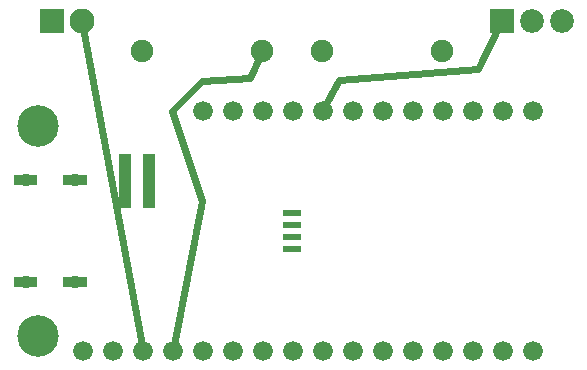
<source format=gbl>
G04 MADE WITH FRITZING*
G04 WWW.FRITZING.ORG*
G04 DOUBLE SIDED*
G04 HOLES PLATED*
G04 CONTOUR ON CENTER OF CONTOUR VECTOR*
%ASAXBY*%
%FSLAX23Y23*%
%MOIN*%
%OFA0B0*%
%SFA1.0B1.0*%
%ADD10C,0.075000*%
%ADD11C,0.083307*%
%ADD12C,0.079370*%
%ADD13C,0.043622*%
%ADD14C,0.066000*%
%ADD15C,0.138425*%
%ADD16R,0.083307X0.083307*%
%ADD17R,0.079370X0.079370*%
%ADD18R,0.061024X0.023622*%
%ADD19R,0.039370X0.181101*%
%ADD20C,0.024000*%
%ADD21R,0.001000X0.001000*%
%LNCOPPER0*%
G90*
G70*
G54D10*
X632Y1112D03*
X1032Y1112D03*
X1232Y1112D03*
X1632Y1112D03*
G54D11*
X332Y1212D03*
X432Y1212D03*
G54D12*
X1832Y1212D03*
X1932Y1212D03*
X2032Y1212D03*
G54D13*
X409Y342D03*
G54D14*
X1937Y112D03*
X1837Y112D03*
X1737Y112D03*
X1637Y112D03*
X1537Y112D03*
X1437Y112D03*
X1337Y112D03*
X1237Y112D03*
X1137Y112D03*
X1037Y112D03*
X937Y112D03*
X837Y112D03*
X737Y112D03*
X637Y112D03*
X537Y112D03*
G54D13*
X245Y342D03*
G54D14*
X437Y112D03*
X837Y912D03*
X937Y912D03*
X1037Y912D03*
X1137Y912D03*
X1237Y912D03*
X1337Y912D03*
X1437Y912D03*
X1537Y912D03*
X1637Y912D03*
X1737Y912D03*
X1837Y912D03*
X1937Y912D03*
G54D15*
X287Y862D03*
X287Y162D03*
G54D13*
X409Y683D03*
X245Y683D03*
G54D16*
X332Y1212D03*
G54D17*
X1832Y1212D03*
G54D18*
X1134Y453D03*
X1134Y493D03*
X1134Y532D03*
G54D19*
X657Y679D03*
G54D18*
X1134Y572D03*
G54D19*
X578Y679D03*
G54D20*
X733Y912D02*
X833Y1012D01*
D02*
X833Y1012D02*
X993Y1023D01*
D02*
X993Y1023D02*
X1025Y1096D01*
D02*
X741Y132D02*
X834Y612D01*
D02*
X834Y612D02*
X733Y912D01*
D02*
X634Y132D02*
X436Y1191D01*
D02*
X1754Y1053D02*
X1291Y1015D01*
D02*
X1291Y1015D02*
X1232Y912D01*
D02*
X1232Y912D02*
X1232Y912D01*
D02*
X1824Y1195D02*
X1754Y1053D01*
G54D21*
X207Y699D02*
X240Y699D01*
X250Y699D02*
X283Y699D01*
X372Y699D02*
X405Y699D01*
X415Y699D02*
X448Y699D01*
X207Y698D02*
X238Y698D01*
X253Y698D02*
X283Y698D01*
X372Y698D02*
X402Y698D01*
X417Y698D02*
X448Y698D01*
X207Y697D02*
X236Y697D01*
X255Y697D02*
X283Y697D01*
X372Y697D02*
X400Y697D01*
X419Y697D02*
X448Y697D01*
X207Y696D02*
X234Y696D01*
X256Y696D02*
X283Y696D01*
X372Y696D02*
X399Y696D01*
X421Y696D02*
X448Y696D01*
X207Y695D02*
X233Y695D01*
X257Y695D02*
X283Y695D01*
X372Y695D02*
X398Y695D01*
X422Y695D02*
X448Y695D01*
X207Y694D02*
X232Y694D01*
X258Y694D02*
X283Y694D01*
X372Y694D02*
X397Y694D01*
X423Y694D02*
X448Y694D01*
X207Y693D02*
X231Y693D01*
X259Y693D02*
X283Y693D01*
X372Y693D02*
X396Y693D01*
X424Y693D02*
X448Y693D01*
X207Y692D02*
X231Y692D01*
X260Y692D02*
X283Y692D01*
X372Y692D02*
X395Y692D01*
X424Y692D02*
X448Y692D01*
X207Y691D02*
X230Y691D01*
X260Y691D02*
X283Y691D01*
X372Y691D02*
X395Y691D01*
X425Y691D02*
X448Y691D01*
X207Y690D02*
X230Y690D01*
X261Y690D02*
X283Y690D01*
X372Y690D02*
X394Y690D01*
X425Y690D02*
X448Y690D01*
X207Y689D02*
X229Y689D01*
X261Y689D02*
X283Y689D01*
X372Y689D02*
X394Y689D01*
X426Y689D02*
X448Y689D01*
X207Y688D02*
X229Y688D01*
X262Y688D02*
X283Y688D01*
X372Y688D02*
X393Y688D01*
X426Y688D02*
X448Y688D01*
X207Y687D02*
X228Y687D01*
X262Y687D02*
X283Y687D01*
X372Y687D02*
X393Y687D01*
X427Y687D02*
X448Y687D01*
X207Y686D02*
X228Y686D01*
X262Y686D02*
X283Y686D01*
X372Y686D02*
X393Y686D01*
X427Y686D02*
X448Y686D01*
X207Y685D02*
X228Y685D01*
X262Y685D02*
X283Y685D01*
X372Y685D02*
X393Y685D01*
X427Y685D02*
X448Y685D01*
X207Y684D02*
X228Y684D01*
X262Y684D02*
X283Y684D01*
X372Y684D02*
X393Y684D01*
X427Y684D02*
X448Y684D01*
X207Y683D02*
X228Y683D01*
X263Y683D02*
X283Y683D01*
X372Y683D02*
X393Y683D01*
X427Y683D02*
X448Y683D01*
X207Y682D02*
X228Y682D01*
X263Y682D02*
X283Y682D01*
X372Y682D02*
X393Y682D01*
X427Y682D02*
X448Y682D01*
X207Y681D02*
X228Y681D01*
X262Y681D02*
X283Y681D01*
X372Y681D02*
X393Y681D01*
X427Y681D02*
X448Y681D01*
X207Y680D02*
X228Y680D01*
X262Y680D02*
X283Y680D01*
X372Y680D02*
X393Y680D01*
X427Y680D02*
X448Y680D01*
X207Y679D02*
X228Y679D01*
X262Y679D02*
X283Y679D01*
X372Y679D02*
X393Y679D01*
X427Y679D02*
X448Y679D01*
X207Y678D02*
X229Y678D01*
X262Y678D02*
X283Y678D01*
X372Y678D02*
X393Y678D01*
X426Y678D02*
X448Y678D01*
X207Y677D02*
X229Y677D01*
X262Y677D02*
X283Y677D01*
X372Y677D02*
X394Y677D01*
X426Y677D02*
X448Y677D01*
X207Y676D02*
X229Y676D01*
X261Y676D02*
X283Y676D01*
X372Y676D02*
X394Y676D01*
X426Y676D02*
X448Y676D01*
X207Y675D02*
X230Y675D01*
X261Y675D02*
X283Y675D01*
X372Y675D02*
X394Y675D01*
X425Y675D02*
X448Y675D01*
X207Y674D02*
X230Y674D01*
X260Y674D02*
X283Y674D01*
X372Y674D02*
X395Y674D01*
X425Y674D02*
X448Y674D01*
X207Y673D02*
X231Y673D01*
X259Y673D02*
X283Y673D01*
X372Y673D02*
X396Y673D01*
X424Y673D02*
X448Y673D01*
X207Y672D02*
X232Y672D01*
X259Y672D02*
X283Y672D01*
X372Y672D02*
X396Y672D01*
X423Y672D02*
X448Y672D01*
X207Y671D02*
X233Y671D01*
X258Y671D02*
X283Y671D01*
X372Y671D02*
X397Y671D01*
X422Y671D02*
X448Y671D01*
X207Y670D02*
X234Y670D01*
X257Y670D02*
X283Y670D01*
X372Y670D02*
X398Y670D01*
X421Y670D02*
X448Y670D01*
X207Y669D02*
X235Y669D01*
X255Y669D02*
X283Y669D01*
X372Y669D02*
X400Y669D01*
X420Y669D02*
X448Y669D01*
X207Y668D02*
X237Y668D01*
X254Y668D02*
X283Y668D01*
X372Y668D02*
X401Y668D01*
X418Y668D02*
X448Y668D01*
X207Y667D02*
X239Y667D01*
X252Y667D02*
X283Y667D01*
X372Y667D02*
X403Y667D01*
X416Y667D02*
X448Y667D01*
X208Y666D02*
X241Y666D01*
X250Y666D02*
X283Y666D01*
X372Y666D02*
X405Y666D01*
X415Y666D02*
X448Y666D01*
X207Y359D02*
X240Y359D01*
X250Y359D02*
X283Y359D01*
X372Y359D02*
X405Y359D01*
X415Y359D02*
X448Y359D01*
X207Y358D02*
X238Y358D01*
X253Y358D02*
X283Y358D01*
X372Y358D02*
X402Y358D01*
X417Y358D02*
X448Y358D01*
X207Y357D02*
X236Y357D01*
X255Y357D02*
X283Y357D01*
X372Y357D02*
X400Y357D01*
X419Y357D02*
X448Y357D01*
X207Y356D02*
X234Y356D01*
X256Y356D02*
X283Y356D01*
X372Y356D02*
X399Y356D01*
X421Y356D02*
X448Y356D01*
X207Y355D02*
X233Y355D01*
X257Y355D02*
X283Y355D01*
X372Y355D02*
X398Y355D01*
X422Y355D02*
X448Y355D01*
X207Y354D02*
X232Y354D01*
X258Y354D02*
X283Y354D01*
X372Y354D02*
X397Y354D01*
X423Y354D02*
X448Y354D01*
X207Y353D02*
X231Y353D01*
X259Y353D02*
X283Y353D01*
X372Y353D02*
X396Y353D01*
X424Y353D02*
X448Y353D01*
X207Y352D02*
X231Y352D01*
X260Y352D02*
X283Y352D01*
X372Y352D02*
X395Y352D01*
X424Y352D02*
X448Y352D01*
X207Y351D02*
X230Y351D01*
X260Y351D02*
X283Y351D01*
X372Y351D02*
X395Y351D01*
X425Y351D02*
X448Y351D01*
X207Y350D02*
X230Y350D01*
X261Y350D02*
X283Y350D01*
X372Y350D02*
X394Y350D01*
X425Y350D02*
X448Y350D01*
X207Y349D02*
X229Y349D01*
X261Y349D02*
X283Y349D01*
X372Y349D02*
X394Y349D01*
X426Y349D02*
X448Y349D01*
X207Y348D02*
X229Y348D01*
X262Y348D02*
X283Y348D01*
X372Y348D02*
X393Y348D01*
X426Y348D02*
X448Y348D01*
X207Y347D02*
X229Y347D01*
X262Y347D02*
X283Y347D01*
X372Y347D02*
X393Y347D01*
X427Y347D02*
X448Y347D01*
X207Y346D02*
X228Y346D01*
X262Y346D02*
X283Y346D01*
X372Y346D02*
X393Y346D01*
X427Y346D02*
X448Y346D01*
X207Y345D02*
X228Y345D01*
X262Y345D02*
X283Y345D01*
X372Y345D02*
X393Y345D01*
X427Y345D02*
X448Y345D01*
X207Y344D02*
X228Y344D01*
X262Y344D02*
X283Y344D01*
X372Y344D02*
X393Y344D01*
X427Y344D02*
X448Y344D01*
X207Y343D02*
X228Y343D01*
X263Y343D02*
X283Y343D01*
X372Y343D02*
X393Y343D01*
X427Y343D02*
X448Y343D01*
X207Y342D02*
X228Y342D01*
X263Y342D02*
X283Y342D01*
X372Y342D02*
X393Y342D01*
X427Y342D02*
X448Y342D01*
X207Y341D02*
X228Y341D01*
X262Y341D02*
X283Y341D01*
X372Y341D02*
X393Y341D01*
X427Y341D02*
X448Y341D01*
X207Y340D02*
X228Y340D01*
X262Y340D02*
X283Y340D01*
X372Y340D02*
X393Y340D01*
X427Y340D02*
X448Y340D01*
X207Y339D02*
X228Y339D01*
X262Y339D02*
X283Y339D01*
X372Y339D02*
X393Y339D01*
X427Y339D02*
X448Y339D01*
X207Y338D02*
X229Y338D01*
X262Y338D02*
X283Y338D01*
X372Y338D02*
X393Y338D01*
X426Y338D02*
X448Y338D01*
X207Y337D02*
X229Y337D01*
X262Y337D02*
X283Y337D01*
X372Y337D02*
X394Y337D01*
X426Y337D02*
X448Y337D01*
X207Y336D02*
X229Y336D01*
X261Y336D02*
X283Y336D01*
X372Y336D02*
X394Y336D01*
X426Y336D02*
X448Y336D01*
X207Y335D02*
X230Y335D01*
X261Y335D02*
X283Y335D01*
X372Y335D02*
X394Y335D01*
X425Y335D02*
X448Y335D01*
X207Y334D02*
X230Y334D01*
X260Y334D02*
X283Y334D01*
X372Y334D02*
X395Y334D01*
X425Y334D02*
X448Y334D01*
X207Y333D02*
X231Y333D01*
X259Y333D02*
X283Y333D01*
X372Y333D02*
X396Y333D01*
X424Y333D02*
X448Y333D01*
X207Y332D02*
X232Y332D01*
X259Y332D02*
X283Y332D01*
X372Y332D02*
X396Y332D01*
X423Y332D02*
X448Y332D01*
X207Y331D02*
X233Y331D01*
X258Y331D02*
X283Y331D01*
X372Y331D02*
X397Y331D01*
X422Y331D02*
X448Y331D01*
X207Y330D02*
X234Y330D01*
X257Y330D02*
X283Y330D01*
X372Y330D02*
X398Y330D01*
X421Y330D02*
X448Y330D01*
X207Y329D02*
X235Y329D01*
X255Y329D02*
X283Y329D01*
X372Y329D02*
X400Y329D01*
X420Y329D02*
X448Y329D01*
X207Y328D02*
X237Y328D01*
X254Y328D02*
X283Y328D01*
X372Y328D02*
X401Y328D01*
X418Y328D02*
X448Y328D01*
X207Y327D02*
X239Y327D01*
X252Y327D02*
X283Y327D01*
X372Y327D02*
X403Y327D01*
X416Y327D02*
X448Y327D01*
X207Y326D02*
X241Y326D01*
X250Y326D02*
X283Y326D01*
X372Y326D02*
X405Y326D01*
X414Y326D02*
X448Y326D01*
D02*
G04 End of Copper0*
M02*
</source>
